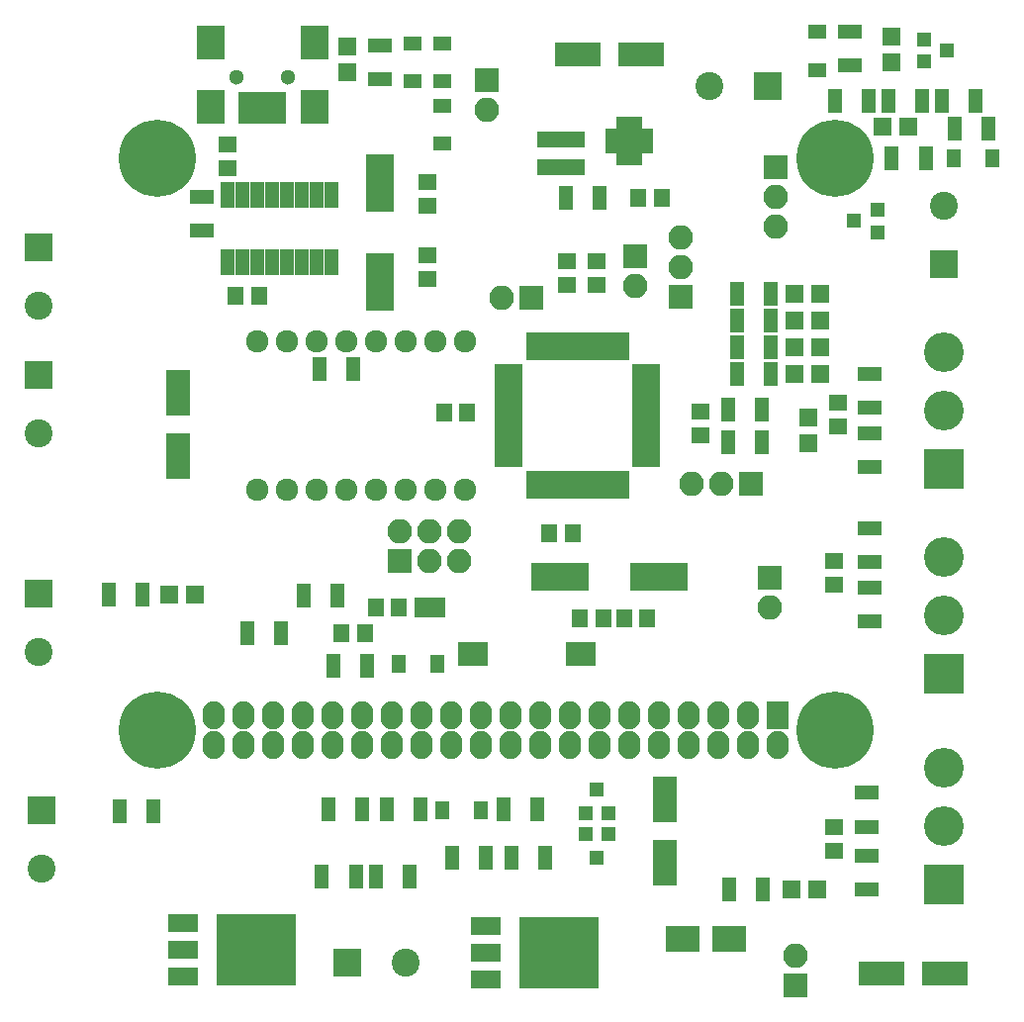
<source format=gts>
G04 #@! TF.FileFunction,Soldermask,Top*
%FSLAX46Y46*%
G04 Gerber Fmt 4.6, Leading zero omitted, Abs format (unit mm)*
G04 Created by KiCad (PCBNEW 4.0.7-e2-6376~61~ubuntu18.04.1) date Wed Jan  8 20:26:52 2020*
%MOMM*%
%LPD*%
G01*
G04 APERTURE LIST*
%ADD10C,0.100000*%
%ADD11O,1.900000X2.400000*%
%ADD12R,1.900000X2.400000*%
%ADD13C,6.600000*%
%ADD14R,1.300000X2.100000*%
%ADD15R,4.900000X2.400000*%
%ADD16R,2.900000X2.200000*%
%ADD17R,2.580000X2.000000*%
%ADD18R,0.950000X2.400000*%
%ADD19R,2.400000X0.950000*%
%ADD20C,3.400000*%
%ADD21R,3.400000X3.400000*%
%ADD22C,2.400000*%
%ADD23R,2.400000X2.400000*%
%ADD24R,2.100000X2.100000*%
%ADD25O,2.100000X2.100000*%
%ADD26R,1.200000X2.300000*%
%ADD27R,1.250000X0.700000*%
%ADD28R,0.700000X1.250000*%
%ADD29R,2.080000X2.080000*%
%ADD30R,1.370000X1.670000*%
%ADD31R,1.300000X1.200000*%
%ADD32R,1.200000X1.300000*%
%ADD33R,2.100000X1.300000*%
%ADD34R,4.100000X1.380000*%
%ADD35R,2.600000X1.600000*%
%ADD36R,6.800000X6.200000*%
%ADD37R,1.600000X1.600000*%
%ADD38C,1.924000*%
%ADD39R,2.000000X3.900000*%
%ADD40R,3.900000X2.000000*%
%ADD41R,1.400000X1.650000*%
%ADD42R,1.650000X1.400000*%
%ADD43R,1.300000X1.600000*%
%ADD44R,1.600000X1.300000*%
%ADD45R,0.900000X2.700000*%
%ADD46R,2.400000X2.900000*%
%ADD47C,1.300000*%
%ADD48R,2.400000X4.900000*%
G04 APERTURE END LIST*
D10*
D11*
X82550000Y-133900000D03*
X82550000Y-131360000D03*
X85090000Y-133900000D03*
X85090000Y-131360000D03*
X87630000Y-133900000D03*
X87630000Y-131360000D03*
X90170000Y-133900000D03*
X90170000Y-131360000D03*
X92710000Y-133900000D03*
X92710000Y-131360000D03*
X95250000Y-133900000D03*
X95250000Y-131360000D03*
X97790000Y-133900000D03*
X97790000Y-131360000D03*
X100330000Y-133900000D03*
X100330000Y-131360000D03*
X102870000Y-133900000D03*
X102870000Y-131360000D03*
X105410000Y-133900000D03*
X105410000Y-131360000D03*
X107950000Y-133900000D03*
X107950000Y-131360000D03*
X110490000Y-133900000D03*
X110490000Y-131360000D03*
X113030000Y-133900000D03*
X113030000Y-131360000D03*
X115570000Y-133900000D03*
X115570000Y-131360000D03*
X118110000Y-133900000D03*
X118110000Y-131360000D03*
X120650000Y-133900000D03*
X120650000Y-131360000D03*
X123190000Y-133900000D03*
X123190000Y-131360000D03*
X125730000Y-133900000D03*
X125730000Y-131360000D03*
X128270000Y-133900000D03*
X128270000Y-131360000D03*
X130810000Y-133900000D03*
D12*
X130810000Y-131360000D03*
D13*
X135680000Y-83630000D03*
X77680000Y-83630000D03*
X77680000Y-132630000D03*
X135680000Y-132630000D03*
D14*
X140282000Y-78740000D03*
X143182000Y-78740000D03*
X148857000Y-81091000D03*
X145957000Y-81091000D03*
D15*
X112143600Y-119445000D03*
X120643600Y-119445000D03*
D16*
X122674000Y-150433000D03*
X126674000Y-150433000D03*
D17*
X113922400Y-126049000D03*
X104742400Y-126049000D03*
D18*
X109665000Y-111564000D03*
X110465000Y-111564000D03*
X111265000Y-111564000D03*
X112065000Y-111564000D03*
X112865000Y-111564000D03*
X113665000Y-111564000D03*
X114465000Y-111564000D03*
X115265000Y-111564000D03*
X116065000Y-111564000D03*
X116865000Y-111564000D03*
X117665000Y-111564000D03*
D19*
X119565000Y-109664000D03*
X119565000Y-108864000D03*
X119565000Y-108064000D03*
X119565000Y-107264000D03*
X119565000Y-106464000D03*
X119565000Y-105664000D03*
X119565000Y-104864000D03*
X119565000Y-104064000D03*
X119565000Y-103264000D03*
X119565000Y-102464000D03*
X119565000Y-101664000D03*
D18*
X117665000Y-99764000D03*
X116865000Y-99764000D03*
X116065000Y-99764000D03*
X115265000Y-99764000D03*
X114465000Y-99764000D03*
X113665000Y-99764000D03*
X112865000Y-99764000D03*
X112065000Y-99764000D03*
X111265000Y-99764000D03*
X110465000Y-99764000D03*
X109665000Y-99764000D03*
D19*
X107765000Y-101664000D03*
X107765000Y-102464000D03*
X107765000Y-103264000D03*
X107765000Y-104064000D03*
X107765000Y-104864000D03*
X107765000Y-105664000D03*
X107765000Y-106464000D03*
X107765000Y-107264000D03*
X107765000Y-108064000D03*
X107765000Y-108864000D03*
X107765000Y-109664000D03*
D20*
X145034000Y-135796000D03*
X145034000Y-140796000D03*
D21*
X145034000Y-145796000D03*
D20*
X145034000Y-117762000D03*
X145034000Y-122762000D03*
D21*
X145034000Y-127762000D03*
D22*
X124921000Y-77470000D03*
D23*
X129921000Y-77470000D03*
D22*
X67524000Y-107173000D03*
D23*
X67524000Y-102173000D03*
D22*
X67524000Y-96251000D03*
D23*
X67524000Y-91251000D03*
D24*
X98425000Y-118110000D03*
D25*
X98425000Y-115570000D03*
X100965000Y-118110000D03*
X100965000Y-115570000D03*
X103505000Y-118110000D03*
X103505000Y-115570000D03*
D26*
X83693000Y-92562000D03*
X84963000Y-92562000D03*
X86233000Y-92562000D03*
X87503000Y-92562000D03*
X88773000Y-92562000D03*
X90043000Y-92562000D03*
X91313000Y-92562000D03*
X92583000Y-92562000D03*
X92583000Y-86762000D03*
X91313000Y-86762000D03*
X90043000Y-86762000D03*
X88773000Y-86762000D03*
X87503000Y-86762000D03*
X86233000Y-86762000D03*
X84963000Y-86762000D03*
X83693000Y-86762000D03*
D22*
X67818000Y-144446000D03*
D23*
X67818000Y-139446000D03*
D22*
X145034000Y-87710000D03*
D23*
X145034000Y-92710000D03*
D20*
X145034000Y-100236000D03*
X145034000Y-105236000D03*
D21*
X145034000Y-110236000D03*
D24*
X130643000Y-84393000D03*
D25*
X130643000Y-86933000D03*
X130643000Y-89473000D03*
D27*
X116660000Y-81419000D03*
X116660000Y-81919000D03*
X116660000Y-82419000D03*
X116660000Y-82919000D03*
D28*
X117360000Y-83619000D03*
X117860000Y-83619000D03*
X118360000Y-83619000D03*
X118860000Y-83619000D03*
D27*
X119560000Y-82919000D03*
X119560000Y-82419000D03*
X119560000Y-81919000D03*
X119560000Y-81419000D03*
D28*
X118860000Y-80719000D03*
X118360000Y-80719000D03*
X117860000Y-80719000D03*
X117360000Y-80719000D03*
D29*
X118110000Y-82169000D03*
D24*
X105918000Y-76962000D03*
D25*
X105918000Y-79502000D03*
D22*
X67564000Y-125904000D03*
D23*
X67564000Y-120904000D03*
D24*
X128524000Y-111506000D03*
D25*
X125984000Y-111506000D03*
X123444000Y-111506000D03*
D24*
X132334000Y-154432000D03*
D25*
X132334000Y-151892000D03*
D30*
X101692000Y-122112000D03*
X100412000Y-122112000D03*
D24*
X130135000Y-119508500D03*
D25*
X130135000Y-122048500D03*
D24*
X118618000Y-92075000D03*
D25*
X118618000Y-94615000D03*
D24*
X122478800Y-95465900D03*
D25*
X122478800Y-92925900D03*
X122478800Y-90385900D03*
D24*
X109728000Y-95631000D03*
D25*
X107188000Y-95631000D03*
D22*
X98990800Y-152465000D03*
D23*
X93990800Y-152465000D03*
D31*
X143295500Y-73473500D03*
X143295500Y-75373500D03*
X145295500Y-74423500D03*
X139303000Y-89977000D03*
X139303000Y-88077000D03*
X137303000Y-89027000D03*
D32*
X116266000Y-141494000D03*
X114366000Y-141494000D03*
X115316000Y-143494000D03*
X114366000Y-139684000D03*
X116266000Y-139684000D03*
X115316000Y-137684000D03*
D14*
X147754000Y-78740000D03*
X144854000Y-78740000D03*
X100216000Y-139384000D03*
X97316000Y-139384000D03*
X94691500Y-145124400D03*
X91791500Y-145124400D03*
X96401600Y-145124400D03*
X99301600Y-145124400D03*
X90204000Y-121096000D03*
X93104000Y-121096000D03*
X138610000Y-78740000D03*
X135710000Y-78740000D03*
X110924000Y-143510000D03*
X108024000Y-143510000D03*
X107349000Y-139384000D03*
X110249000Y-139384000D03*
X112683000Y-87060000D03*
X115583000Y-87060000D03*
X130228000Y-95250000D03*
X127328000Y-95250000D03*
X130228000Y-97536000D03*
X127328000Y-97536000D03*
D33*
X96774000Y-76888000D03*
X96774000Y-73988000D03*
D14*
X130228000Y-99822000D03*
X127328000Y-99822000D03*
X130228000Y-102108000D03*
X127328000Y-102108000D03*
X74456000Y-139511000D03*
X77356000Y-139511000D03*
X105844000Y-143510000D03*
X102944000Y-143510000D03*
X92744000Y-127065000D03*
X95644000Y-127065000D03*
X94475600Y-101690400D03*
X91575600Y-101690400D03*
X129466000Y-105156000D03*
X126566000Y-105156000D03*
D33*
X136967600Y-72833800D03*
X136967600Y-75733800D03*
D14*
X143459500Y-83643700D03*
X140559500Y-83643700D03*
D33*
X81534000Y-86942000D03*
X81534000Y-89842000D03*
X138644000Y-102120000D03*
X138644000Y-105020000D03*
X138644000Y-123308000D03*
X138644000Y-120408000D03*
X138402700Y-137959400D03*
X138402700Y-140859400D03*
X138644000Y-107200000D03*
X138644000Y-110100000D03*
X138644000Y-118228000D03*
X138644000Y-115328000D03*
X138430000Y-143330000D03*
X138430000Y-146230000D03*
D14*
X126653000Y-146242000D03*
X129553000Y-146242000D03*
X126566000Y-107950000D03*
X129466000Y-107950000D03*
X85378000Y-124271000D03*
X88278000Y-124271000D03*
X76467000Y-120969000D03*
X73567000Y-120969000D03*
D34*
X112202600Y-82014200D03*
X112202600Y-84384200D03*
D35*
X79874000Y-149104000D03*
X79874000Y-151384000D03*
X79874000Y-153664000D03*
D36*
X86174000Y-151384000D03*
D35*
X105782000Y-149358000D03*
X105782000Y-151638000D03*
X105782000Y-153918000D03*
D36*
X112082000Y-151638000D03*
D37*
X131956000Y-146242000D03*
X134156000Y-146242000D03*
X93980000Y-74084000D03*
X93980000Y-76284000D03*
X78743000Y-120969000D03*
X80943000Y-120969000D03*
X132250000Y-95250000D03*
X134450000Y-95250000D03*
X132250000Y-97536000D03*
X134450000Y-97536000D03*
X132250000Y-99822000D03*
X134450000Y-99822000D03*
X132250000Y-102108000D03*
X134450000Y-102108000D03*
X133368000Y-108012000D03*
X133368000Y-105812000D03*
X140485500Y-75396500D03*
X140485500Y-73196500D03*
X139728400Y-80913200D03*
X141928400Y-80913200D03*
D14*
X92363000Y-139384000D03*
X95263000Y-139384000D03*
D38*
X86233000Y-112014000D03*
X96393000Y-112014000D03*
X98933000Y-112014000D03*
X88773000Y-112014000D03*
X91313000Y-112014000D03*
X93853000Y-112014000D03*
X101473000Y-112014000D03*
X104013000Y-112014000D03*
X86233000Y-99314000D03*
X88773000Y-99314000D03*
X91313000Y-99314000D03*
X93853000Y-99314000D03*
X96393000Y-99314000D03*
X98933000Y-99314000D03*
X101473000Y-99314000D03*
X104013000Y-99314000D03*
D39*
X121158000Y-143924000D03*
X121158000Y-138524000D03*
D40*
X145052400Y-153404800D03*
X139652400Y-153404800D03*
D41*
X120848000Y-87060000D03*
X118848000Y-87060000D03*
D40*
X113719000Y-74741000D03*
X119119000Y-74741000D03*
D41*
X95448000Y-124271000D03*
X93448000Y-124271000D03*
X98369000Y-122112000D03*
X96369000Y-122112000D03*
X113882300Y-123026400D03*
X115882300Y-123026400D03*
X119641500Y-123026400D03*
X117641500Y-123026400D03*
D42*
X112776000Y-94472000D03*
X112776000Y-92472000D03*
X115316000Y-94472000D03*
X115316000Y-92472000D03*
D41*
X102211000Y-105411500D03*
X104211000Y-105411500D03*
X111228000Y-115762000D03*
X113228000Y-115762000D03*
D42*
X124166000Y-107364000D03*
X124166000Y-105364000D03*
D39*
X79502000Y-103726000D03*
X79502000Y-109126000D03*
D42*
X135977000Y-104602000D03*
X135977000Y-106602000D03*
X135636000Y-120126000D03*
X135636000Y-118126000D03*
X135596000Y-140924000D03*
X135596000Y-142924000D03*
X100848800Y-93965500D03*
X100848800Y-91965500D03*
X100848800Y-85704400D03*
X100848800Y-87704400D03*
D41*
X86380200Y-95416600D03*
X84380200Y-95416600D03*
D42*
X83716500Y-84504000D03*
X83716500Y-82504000D03*
D43*
X102094400Y-139409400D03*
X105394400Y-139409400D03*
D44*
X102108000Y-73788000D03*
X102108000Y-77088000D03*
X99568000Y-77088000D03*
X99568000Y-73788000D03*
D43*
X98386000Y-126938000D03*
X101686000Y-126938000D03*
D44*
X134199000Y-76137000D03*
X134199000Y-72837000D03*
D43*
X149184000Y-83631000D03*
X145884000Y-83631000D03*
D44*
X102108000Y-79122000D03*
X102108000Y-82422000D03*
D45*
X88301000Y-79319000D03*
X87501000Y-79319000D03*
X86701000Y-79319000D03*
X85901000Y-79319000D03*
X85101000Y-79319000D03*
D46*
X91151000Y-79219000D03*
X91151000Y-73719000D03*
X82251000Y-79219000D03*
X82251000Y-73719000D03*
D47*
X88901000Y-76719000D03*
X84501000Y-76719000D03*
D48*
X96734000Y-94231000D03*
X96734000Y-85731000D03*
M02*

</source>
